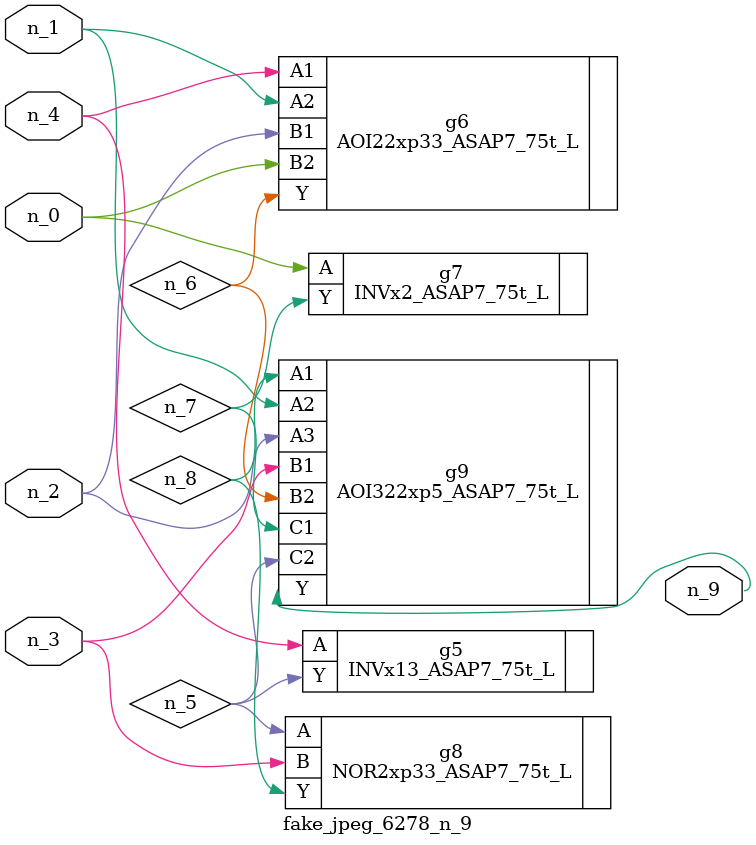
<source format=v>
module fake_jpeg_6278_n_9 (n_3, n_2, n_1, n_0, n_4, n_9);

input n_3;
input n_2;
input n_1;
input n_0;
input n_4;

output n_9;

wire n_8;
wire n_6;
wire n_5;
wire n_7;

INVx13_ASAP7_75t_L g5 ( 
.A(n_4),
.Y(n_5)
);

AOI22xp33_ASAP7_75t_L g6 ( 
.A1(n_4),
.A2(n_1),
.B1(n_2),
.B2(n_0),
.Y(n_6)
);

INVx2_ASAP7_75t_L g7 ( 
.A(n_0),
.Y(n_7)
);

NOR2xp33_ASAP7_75t_L g8 ( 
.A(n_5),
.B(n_3),
.Y(n_8)
);

AOI322xp5_ASAP7_75t_L g9 ( 
.A1(n_8),
.A2(n_1),
.A3(n_2),
.B1(n_3),
.B2(n_6),
.C1(n_7),
.C2(n_5),
.Y(n_9)
);


endmodule
</source>
